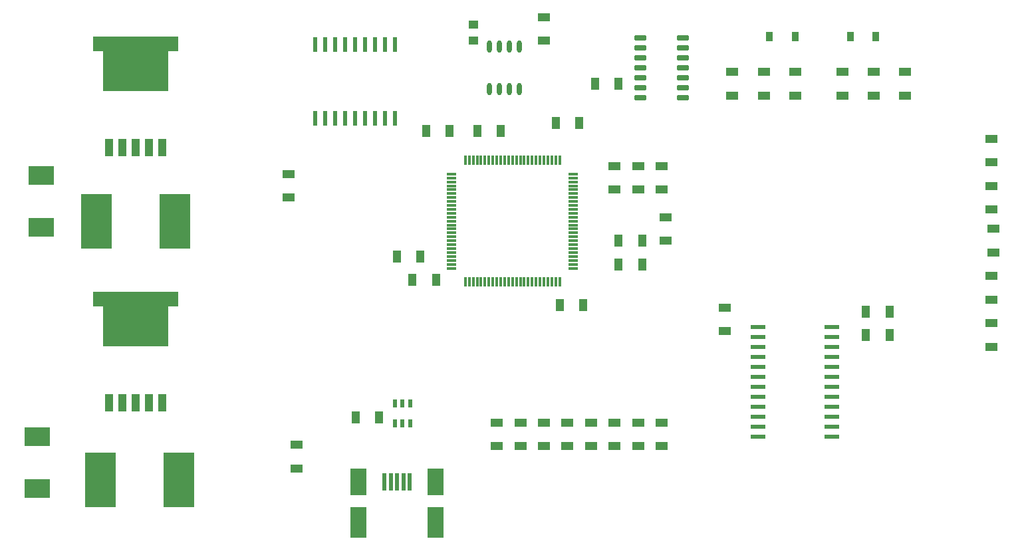
<source format=gbr>
%TF.GenerationSoftware,Altium Limited,Altium Designer,22.4.2 (48)*%
G04 Layer_Color=8421504*
%FSLAX45Y45*%
%MOMM*%
%TF.SameCoordinates,5379F3DE-C0A0-4451-8F76-AB011D816888*%
%TF.FilePolarity,Positive*%
%TF.FileFunction,Paste,Top*%
%TF.Part,Single*%
G01*
G75*
%TA.AperFunction,SMDPad,CuDef*%
G04:AMPARAMS|DCode=10|XSize=1.55mm|YSize=0.6mm|CornerRadius=0.3mm|HoleSize=0mm|Usage=FLASHONLY|Rotation=270.000|XOffset=0mm|YOffset=0mm|HoleType=Round|Shape=RoundedRectangle|*
%AMROUNDEDRECTD10*
21,1,1.55000,0.00000,0,0,270.0*
21,1,0.95000,0.60000,0,0,270.0*
1,1,0.60000,0.00000,-0.47500*
1,1,0.60000,0.00000,0.47500*
1,1,0.60000,0.00000,0.47500*
1,1,0.60000,0.00000,-0.47500*
%
%ADD10ROUNDEDRECTD10*%
%ADD11R,1.60000X1.00000*%
%ADD12R,4.00000X7.00000*%
%ADD13R,1.00000X1.60000*%
%ADD14R,1.25000X1.00000*%
%ADD15R,3.30000X2.40000*%
G04:AMPARAMS|DCode=16|XSize=0.6mm|YSize=1.45mm|CornerRadius=0.051mm|HoleSize=0mm|Usage=FLASHONLY|Rotation=270.000|XOffset=0mm|YOffset=0mm|HoleType=Round|Shape=RoundedRectangle|*
%AMROUNDEDRECTD16*
21,1,0.60000,1.34800,0,0,270.0*
21,1,0.49800,1.45000,0,0,270.0*
1,1,0.10200,-0.67400,-0.24900*
1,1,0.10200,-0.67400,0.24900*
1,1,0.10200,0.67400,0.24900*
1,1,0.10200,0.67400,-0.24900*
%
%ADD16ROUNDEDRECTD16*%
%ADD17R,1.20000X0.30000*%
%ADD18R,0.30000X1.20000*%
%ADD19R,0.91000X1.22000*%
%ADD22C,6.29100*%
%ADD23R,1.07000X2.16000*%
%ADD24R,0.60000X1.10000*%
%TA.AperFunction,ConnectorPad*%
%ADD25R,2.00000X4.00000*%
%ADD26R,2.00000X3.50000*%
%ADD27R,0.50000X2.20000*%
%TA.AperFunction,NonConductor*%
%ADD72R,0.55000X1.95000*%
%ADD73R,1.95000X0.55000*%
G36*
X4240000Y3163000D02*
X4116500D01*
Y2655000D01*
X3283500D01*
Y3163000D01*
X3160000D01*
Y3354000D01*
X4240000D01*
Y3163000D01*
D02*
G37*
G36*
Y6413000D02*
X4116500D01*
Y5905000D01*
X3283500D01*
Y6413000D01*
X3160000D01*
Y6604000D01*
X4240000D01*
Y6413000D01*
D02*
G37*
D10*
X8590500Y6470000D02*
D03*
X8463500D02*
D03*
X8336500D02*
D03*
X8209500D02*
D03*
Y5930000D02*
D03*
X8336500D02*
D03*
X8463500D02*
D03*
X8590500D02*
D03*
D11*
X8900000Y6850000D02*
D03*
Y6550000D02*
D03*
X9800000Y4950000D02*
D03*
Y4650000D02*
D03*
X10100000Y4950000D02*
D03*
Y4650000D02*
D03*
X10400000Y4950000D02*
D03*
Y4650000D02*
D03*
X10450000Y4000000D02*
D03*
Y4300000D02*
D03*
X5650000Y4550000D02*
D03*
Y4850000D02*
D03*
X11200000Y2850000D02*
D03*
Y3150000D02*
D03*
X8300000Y1683000D02*
D03*
Y1383000D02*
D03*
X8600000D02*
D03*
Y1683000D02*
D03*
X9200000D02*
D03*
Y1383000D02*
D03*
X9800000Y1683000D02*
D03*
Y1383000D02*
D03*
X10100000Y1683000D02*
D03*
Y1383000D02*
D03*
X10400000Y1683000D02*
D03*
Y1383000D02*
D03*
X8900000Y1683000D02*
D03*
Y1383000D02*
D03*
X9500000Y1683000D02*
D03*
Y1383000D02*
D03*
X14625000Y4150000D02*
D03*
Y3850000D02*
D03*
X14600000Y4400000D02*
D03*
Y4700000D02*
D03*
Y3550000D02*
D03*
Y3250000D02*
D03*
Y2950000D02*
D03*
Y2650000D02*
D03*
X11299999Y6150000D02*
D03*
Y5850000D02*
D03*
X14600000Y5000000D02*
D03*
Y5300000D02*
D03*
X5750000Y1400000D02*
D03*
Y1100000D02*
D03*
X13499998Y5850000D02*
D03*
Y6150000D02*
D03*
X13099998D02*
D03*
Y5850000D02*
D03*
X12699999Y6150000D02*
D03*
Y5850000D02*
D03*
X11699999Y6150000D02*
D03*
Y5850000D02*
D03*
X12099999Y6150000D02*
D03*
Y5850000D02*
D03*
D12*
X3200000Y4250000D02*
D03*
X4200000D02*
D03*
X3250000Y950000D02*
D03*
X4250000D02*
D03*
D13*
X6800000Y1750000D02*
D03*
X6500000D02*
D03*
X7400000Y5400000D02*
D03*
X7700000D02*
D03*
X10150000Y3700000D02*
D03*
X9850000D02*
D03*
X10150000Y4000000D02*
D03*
X9850000D02*
D03*
X9350000Y5500000D02*
D03*
X9050000D02*
D03*
X9400682Y3179199D02*
D03*
X9100682D02*
D03*
X7525000Y3500000D02*
D03*
X7225000D02*
D03*
X8350000Y5400000D02*
D03*
X8050000D02*
D03*
X7025000Y3800000D02*
D03*
X7325000D02*
D03*
X13300000Y3100000D02*
D03*
X13000000D02*
D03*
Y2800000D02*
D03*
X13300000D02*
D03*
X9550000Y6000000D02*
D03*
X9850000D02*
D03*
D14*
X8000000Y6750000D02*
D03*
Y6550000D02*
D03*
D15*
X2500000Y4830000D02*
D03*
Y4170000D02*
D03*
X2450000Y840000D02*
D03*
Y1500000D02*
D03*
D16*
X10127500Y6581000D02*
D03*
Y6454000D02*
D03*
Y6327000D02*
D03*
Y6200000D02*
D03*
Y6073000D02*
D03*
Y5946000D02*
D03*
Y5819000D02*
D03*
X10672500Y6581000D02*
D03*
Y6454000D02*
D03*
Y6327000D02*
D03*
Y6200000D02*
D03*
Y6073000D02*
D03*
Y5946000D02*
D03*
Y5819000D02*
D03*
D17*
X9275000Y3650000D02*
D03*
Y3700000D02*
D03*
X9275000Y3750000D02*
D03*
X9275000Y3800000D02*
D03*
Y3850000D02*
D03*
Y3900000D02*
D03*
Y3950000D02*
D03*
Y4000000D02*
D03*
Y4050000D02*
D03*
Y4100000D02*
D03*
Y4150000D02*
D03*
Y4200000D02*
D03*
Y4250000D02*
D03*
Y4300000D02*
D03*
X9275000Y4350000D02*
D03*
X9274999Y4400000D02*
D03*
X9275000Y4450000D02*
D03*
Y4500000D02*
D03*
Y4550000D02*
D03*
Y4600000D02*
D03*
Y4650000D02*
D03*
Y4700000D02*
D03*
Y4750000D02*
D03*
Y4800000D02*
D03*
Y4850000D02*
D03*
X7725000D02*
D03*
Y4800000D02*
D03*
X7725000Y4750000D02*
D03*
X7725000Y4700000D02*
D03*
Y4650000D02*
D03*
Y4600000D02*
D03*
Y4550000D02*
D03*
Y4500000D02*
D03*
Y4450000D02*
D03*
Y4400000D02*
D03*
Y4350000D02*
D03*
Y4300000D02*
D03*
Y4250000D02*
D03*
Y4200000D02*
D03*
X7725000Y4150000D02*
D03*
X7725001Y4100000D02*
D03*
X7725000Y4050000D02*
D03*
Y4000000D02*
D03*
Y3950000D02*
D03*
Y3900000D02*
D03*
Y3850000D02*
D03*
Y3800000D02*
D03*
Y3750000D02*
D03*
Y3700000D02*
D03*
Y3650000D02*
D03*
D18*
X9100000Y5025000D02*
D03*
X9050000D02*
D03*
X9000000Y5025000D02*
D03*
X8950000Y5025000D02*
D03*
X8900000D02*
D03*
X8850000D02*
D03*
X8800000D02*
D03*
X8750000D02*
D03*
X8700000D02*
D03*
X8650000D02*
D03*
X8600000D02*
D03*
X8550000D02*
D03*
X8500000D02*
D03*
X8450000D02*
D03*
X8400000Y5025000D02*
D03*
X8350000Y5024999D02*
D03*
X8300000Y5025000D02*
D03*
X8250000D02*
D03*
X8200000D02*
D03*
X8150000D02*
D03*
X8100000D02*
D03*
X8050000D02*
D03*
X8000000D02*
D03*
X7950000D02*
D03*
X7900000D02*
D03*
Y3475000D02*
D03*
X7950000D02*
D03*
X8000000Y3475000D02*
D03*
X8050000Y3475000D02*
D03*
X8100000D02*
D03*
X8150000D02*
D03*
X8200000D02*
D03*
X8250000D02*
D03*
X8300000D02*
D03*
X8350000D02*
D03*
X8400000D02*
D03*
X8450000D02*
D03*
X8500000D02*
D03*
X8550000D02*
D03*
X8600000Y3475000D02*
D03*
X8650000Y3475000D02*
D03*
X8700000Y3475000D02*
D03*
X8750000D02*
D03*
X8800000D02*
D03*
X8850000D02*
D03*
X8900000D02*
D03*
X8950000D02*
D03*
X9000000D02*
D03*
X9050000D02*
D03*
X9100000D02*
D03*
D19*
X12800000Y6600000D02*
D03*
X13127499D02*
D03*
X12099999D02*
D03*
X11772499D02*
D03*
D22*
X3700000Y6254500D02*
D03*
Y3004500D02*
D03*
D23*
X3360000Y5187000D02*
D03*
X3530000D02*
D03*
X3700000D02*
D03*
X3870000D02*
D03*
X4040000D02*
D03*
X3360000Y1937000D02*
D03*
X3530000D02*
D03*
X3700000D02*
D03*
X3870000D02*
D03*
X4040000D02*
D03*
D24*
X7005000Y1930000D02*
D03*
X7100000D02*
D03*
X7195000D02*
D03*
Y1670000D02*
D03*
X7100000D02*
D03*
X7005000D02*
D03*
D25*
X6540000Y415000D02*
D03*
X7520000D02*
D03*
D26*
X6540000Y925000D02*
D03*
X7520000D02*
D03*
D27*
X7190000D02*
D03*
X7110000D02*
D03*
X7030000D02*
D03*
X6950000D02*
D03*
X6870000D02*
D03*
D72*
X5988001Y5560002D02*
D03*
X6115001D02*
D03*
X6242001D02*
D03*
X6369001D02*
D03*
X6496000Y5560001D02*
D03*
X6623000Y5560002D02*
D03*
X6750000D02*
D03*
X6877000D02*
D03*
X7004000D02*
D03*
X5988000Y6499998D02*
D03*
X6115000D02*
D03*
X6242000D02*
D03*
X6369000D02*
D03*
X6496000Y6499999D02*
D03*
X6622999Y6499998D02*
D03*
X6749999D02*
D03*
X6876999D02*
D03*
X7003999D02*
D03*
D73*
X11630003Y1501502D02*
D03*
Y1628502D02*
D03*
Y1755502D02*
D03*
Y1882502D02*
D03*
Y2009502D02*
D03*
X11630001Y2136502D02*
D03*
X11630003Y2263501D02*
D03*
Y2390501D02*
D03*
Y2517501D02*
D03*
Y2644501D02*
D03*
Y2771501D02*
D03*
Y2898501D02*
D03*
X12569997Y2898498D02*
D03*
Y2771498D02*
D03*
Y2644498D02*
D03*
Y2517498D02*
D03*
Y2390498D02*
D03*
X12569998Y2263498D02*
D03*
X12569997Y2136500D02*
D03*
Y2009500D02*
D03*
Y1882500D02*
D03*
Y1755500D02*
D03*
Y1628500D02*
D03*
Y1501500D02*
D03*
%TF.MD5,a1ed6e6920e1dfba61f8af36832e6f4b*%
M02*

</source>
